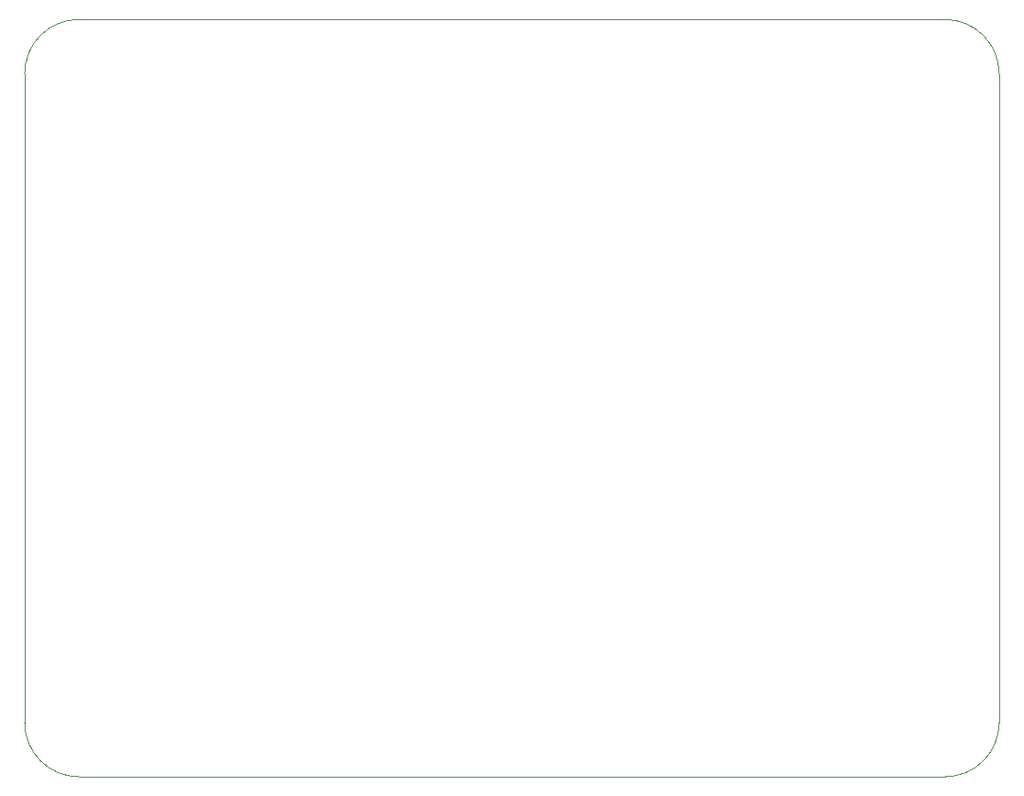
<source format=gbr>
%TF.GenerationSoftware,KiCad,Pcbnew,(5.1.6)-1*%
%TF.CreationDate,2020-09-05T08:23:18-07:00*%
%TF.ProjectId,pulser,70756c73-6572-42e6-9b69-6361645f7063,rev?*%
%TF.SameCoordinates,Original*%
%TF.FileFunction,Profile,NP*%
%FSLAX46Y46*%
G04 Gerber Fmt 4.6, Leading zero omitted, Abs format (unit mm)*
G04 Created by KiCad (PCBNEW (5.1.6)-1) date 2020-09-05 08:23:18*
%MOMM*%
%LPD*%
G01*
G04 APERTURE LIST*
%TA.AperFunction,Profile*%
%ADD10C,0.050000*%
%TD*%
G04 APERTURE END LIST*
D10*
X60000000Y-85000000D02*
G75*
G02*
X65000000Y-80000000I5000000J0D01*
G01*
X145000000Y-80000000D02*
G75*
G02*
X150000000Y-85000000I0J-5000000D01*
G01*
X150000000Y-145000000D02*
G75*
G02*
X145000000Y-150000000I-5000000J0D01*
G01*
X65000000Y-150000000D02*
G75*
G02*
X60000000Y-145000000I0J5000000D01*
G01*
X60000000Y-85000000D02*
X60000000Y-145000000D01*
X145000000Y-80000000D02*
X65000000Y-80000000D01*
X150000000Y-145000000D02*
X150000000Y-85000000D01*
X65000000Y-150000000D02*
X145000000Y-150000000D01*
M02*

</source>
